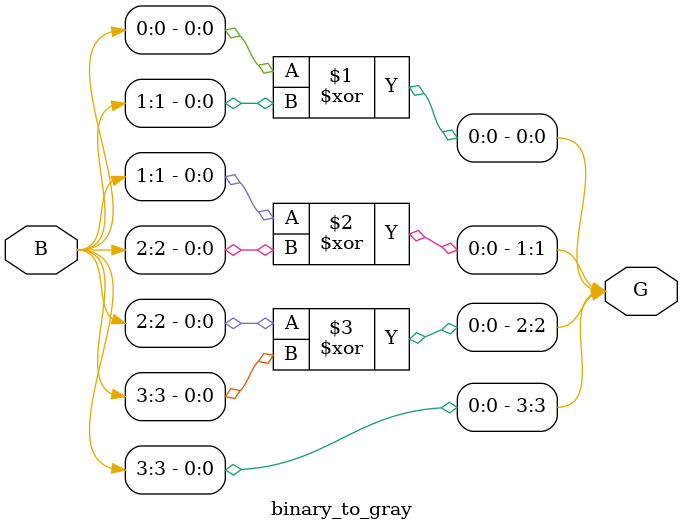
<source format=v>
module binary_to_gray(B,G);

input [3:0] B;
output [3:0] G;

assign G[0] = (B[0] ^ B[1]);
assign G[1] = (B[1] ^ B[2]);
assign G[2] = (B[2] ^ B[3]);
assign G[3] = B[3];

endmodule
</source>
